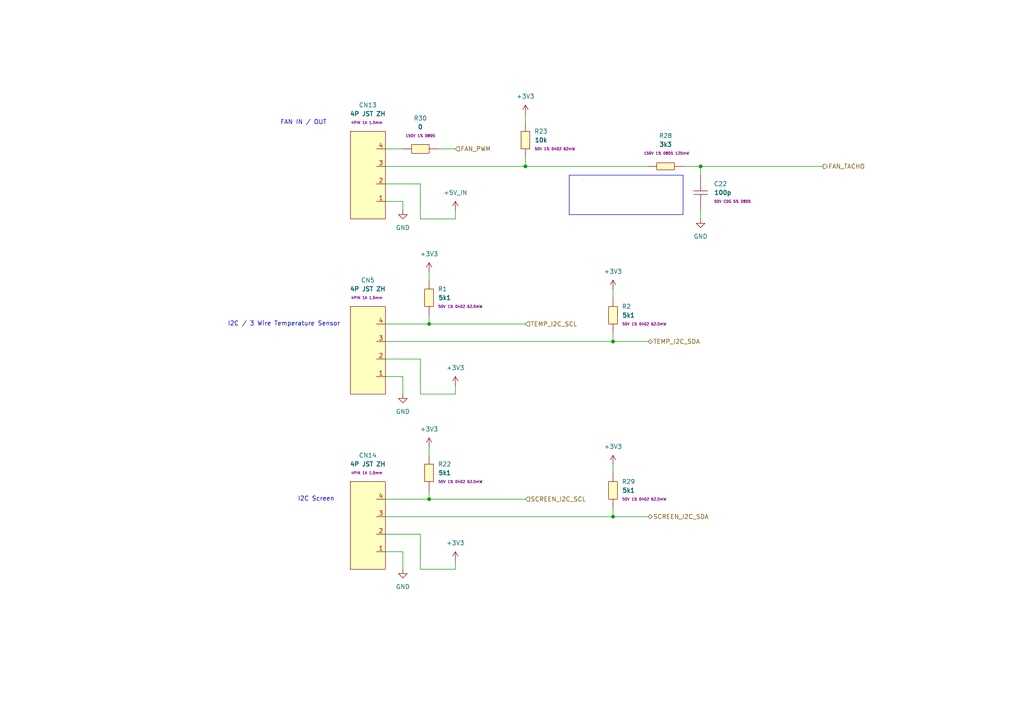
<source format=kicad_sch>
(kicad_sch (version 20231120) (generator "eeschema") (generator_version "8.0")
  (paper "A4")
  (lib_symbols
    (symbol "LiveAstra:C_100pF_C0G_0805" (pin_numbers hide) (pin_names hide)
      (property "Reference" "C" (at 0 8.89 0))
      (property "Value" "100p" (at 0 6.35 0))
      (property "Extra Values" "50V C0G 5% 0805" (at 0 3.81 0))
      (symbol "C_100pF_C0G_0805_0_1"
        (polyline (pts (xy -2.54 0) (xy -0.51 0)))
        (polyline (pts (xy -0.51 2.03) (xy -0.51 -2.03)))
        (polyline (pts (xy 0.51 0) (xy 2.54 0)))
        (polyline (pts (xy 0.51 2.03) (xy 0.51 -2.03)))
      )
      (symbol "C_100pF_C0G_0805_1_1"
        (pin passive line (at -5.08 0 0) (length 2.54) (name "1") (number "1"))
        (pin passive line (at 5.08 0 180) (length 2.54) (name "2") (number "2"))
      )
    )
    (symbol "LiveAstra:JST_ZH_4PIN_1A_50V" (pin_names hide)
      (property "Reference" "CN" (at 0 19.05 0))
      (property "Value" "4P JST ZH" (at 0 16.51 0))
      (property "Extra Values" "4PIN 1A 1.5mm " (at 0 13.97 0))
      (symbol "JST_ZH_4PIN_1A_50V_0_1"
        (rectangle (start -5.08 12.7) (end 5.08 -12.7) (fill (type background)))
      )
      (symbol "JST_ZH_4PIN_1A_50V_1_1"
        (pin passive line (at -5.08 7.62 0) (length 2.54) (name "1") (number "1"))
        (pin passive line (at -5.08 2.54 0) (length 2.54) (name "2") (number "2"))
        (pin passive line (at -5.08 -2.54 0) (length 2.54) (name "3") (number "3"))
        (pin passive line (at -5.08 -7.62 0) (length 2.54) (name "4") (number "4"))
      )
    )
    (symbol "LiveAstra:R_0Ohm_0805_125mW" (pin_numbers hide) (pin_names hide)
      (property "Reference" "R" (at 0 7.62 0))
      (property "Value" "0" (at 0 5.08 0))
      (property "Extra Values" "150V 1% 0805" (at 0 2.54 0))
      (symbol "R_0Ohm_0805_125mW_0_1"
        (rectangle (start -2.54 1.27) (end 2.54 -1.27) (fill (type background)))
      )
      (symbol "R_0Ohm_0805_125mW_1_1"
        (pin passive line (at -5.08 0 0) (length 2.54) (name "1") (number "1"))
        (pin passive line (at 5.08 0 180) (length 2.54) (name "2") (number "2"))
      )
    )
    (symbol "LiveAstra:R_10kOhm_0402_62mW" (pin_numbers hide) (pin_names hide)
      (property "Reference" "R" (at 0 7.62 0))
      (property "Value" "10k" (at 0 5.08 0))
      (property "Extra Values" "50V 1% 0402 62mW" (at 0 2.54 0))
      (symbol "R_10kOhm_0402_62mW_0_1"
        (rectangle (start -2.54 1.27) (end 2.54 -1.27) (fill (type background)))
      )
      (symbol "R_10kOhm_0402_62mW_1_1"
        (pin passive line (at -5.08 0 0) (length 2.54) (name "1") (number "1"))
        (pin passive line (at 5.08 0 180) (length 2.54) (name "2") (number "2"))
      )
    )
    (symbol "LiveAstra:R_3k3Ohm_0805_125mW" (pin_numbers hide) (pin_names hide)
      (property "Reference" "R" (at 0 7.62 0))
      (property "Value" "3k3" (at 0 5.08 0))
      (property "Extra Values" " 150V 1% 0805 125mW" (at 0 2.54 0))
      (symbol "R_3k3Ohm_0805_125mW_0_1"
        (rectangle (start -2.54 1.02) (end 2.54 -1.02) (fill (type background)))
      )
      (symbol "R_3k3Ohm_0805_125mW_1_1"
        (pin passive line (at -5.08 0 0) (length 2.54) (name "1") (number "1"))
        (pin passive line (at 5.08 0 180) (length 2.54) (name "2") (number "2"))
      )
    )
    (symbol "LiveAstra:R_5k1_0402_62mW" (pin_numbers hide) (pin_names hide)
      (property "Reference" "R" (at 0 7.62 0))
      (property "Value" "5k1" (at 0 5.08 0))
      (property "Extra Values" "50V 1% 0402 62.5mW " (at 0 2.54 0))
      (symbol "R_5k1_0402_62mW_0_1"
        (rectangle (start -2.54 1.27) (end 2.54 -1.27) (fill (type background)))
      )
      (symbol "R_5k1_0402_62mW_1_1"
        (pin passive line (at -5.08 0 0) (length 2.54) (name "1") (number "1"))
        (pin passive line (at 5.08 0 180) (length 2.54) (name "2") (number "2"))
      )
    )
    (symbol "power:+3V3" (power) (pin_numbers hide) (pin_names (offset 0) hide)
      (property "Value" "+3V3" (at 0 3.556 0))
      (symbol "+3V3_0_1"
        (polyline (pts (xy -0.762 1.27) (xy 0 2.54)))
        (polyline (pts (xy 0 0) (xy 0 2.54)))
        (polyline (pts (xy 0 2.54) (xy 0.762 1.27)))
      )
      (symbol "+3V3_1_1"
        (pin power_in line (at 0 0 90) (length 0) (name "~") (number "1"))
      )
    )
    (symbol "power:+5V_IN" (power) (pin_numbers hide) (pin_names (offset 0) hide)
      (property "Value" "+5V_IN" (at 0 3.556 0))
      (symbol "+5V_IN_0_1"
        (polyline (pts (xy -0.762 1.27) (xy 0 2.54)))
        (polyline (pts (xy 0 0) (xy 0 2.54)))
        (polyline (pts (xy 0 2.54) (xy 0.762 1.27)))
      )
      (symbol "+5V_IN_1_1"
        (pin power_in line (at 0 0 90) (length 0) (name "~") (number "1"))
      )
    )
    (symbol "power:GND" (power) (pin_numbers hide) (pin_names (offset 0) hide)
      (property "Value" "GND" (at 0 -3.81 0))
      (symbol "GND_0_1"
        (polyline (pts (xy 0 0) (xy 0 -1.27) (xy 1.27 -1.27) (xy 0 -2.54) (xy -1.27 -1.27) (xy 0 -1.27)))
      )
      (symbol "GND_1_1"
        (pin power_in line (at 0 0 270) (length 0) (name "~") (number "1"))
      )
    )
  )
  (junction (at 152.4 48.26))
  (junction (at 203.2 48.26))
  (junction (at 177.8 149.86))
  (junction (at 177.8 99.06))
  (junction (at 124.46 144.78))
  (junction (at 124.46 93.98))
  (wire (pts (xy 124.46 78.74) (xy 124.46 81.28)))
  (wire (pts (xy 121.92 104.14) (xy 121.92 114.3)))
  (polyline (pts (xy 168.91 52.07) (xy 168.91 52.07)) (stroke (width -0.0001) (type solid)))
  (wire (pts (xy 111.76 48.26) (xy 152.4 48.26)))
  (wire (pts (xy 124.46 91.44) (xy 124.46 93.98)))
  (wire (pts (xy 177.8 96.52) (xy 177.8 99.06)))
  (wire (pts (xy 203.2 48.26) (xy 238.76 48.26)))
  (wire (pts (xy 132.08 60.96) (xy 132.08 63.5)))
  (wire (pts (xy 121.92 53.34) (xy 121.92 63.5)))
  (wire (pts (xy 121.92 154.94) (xy 121.92 165.1)))
  (wire (pts (xy 111.76 53.34) (xy 121.92 53.34)))
  (wire (pts (xy 198.12 48.26) (xy 203.2 48.26)))
  (wire (pts (xy 116.84 58.42) (xy 111.76 58.42)))
  (wire (pts (xy 111.76 104.14) (xy 121.92 104.14)))
  (wire (pts (xy 116.84 160.02) (xy 111.76 160.02)))
  (wire (pts (xy 111.76 99.06) (xy 177.8 99.06)))
  (wire (pts (xy 111.76 93.98) (xy 124.46 93.98)))
  (wire (pts (xy 152.4 48.26) (xy 187.96 48.26)))
  (wire (pts (xy 177.8 99.06) (xy 187.96 99.06)))
  (wire (pts (xy 116.84 60.96) (xy 116.84 58.42)))
  (wire (pts (xy 152.4 45.72) (xy 152.4 48.26)))
  (wire (pts (xy 152.4 33.02) (xy 152.4 35.56)))
  (wire (pts (xy 111.76 144.78) (xy 124.46 144.78)))
  (wire (pts (xy 121.92 165.1) (xy 132.08 165.1)))
  (wire (pts (xy 116.84 165.1) (xy 116.84 160.02)))
  (wire (pts (xy 116.84 109.22) (xy 111.76 109.22)))
  (wire (pts (xy 203.2 63.5) (xy 203.2 60.96)))
  (wire (pts (xy 121.92 63.5) (xy 132.08 63.5)))
  (wire (pts (xy 116.84 114.3) (xy 116.84 109.22)))
  (wire (pts (xy 177.8 83.82) (xy 177.8 86.36)))
  (wire (pts (xy 203.2 48.26) (xy 203.2 50.8)))
  (wire (pts (xy 124.46 129.54) (xy 124.46 132.08)))
  (wire (pts (xy 121.92 114.3) (xy 132.08 114.3)))
  (wire (pts (xy 124.46 93.98) (xy 152.4 93.98)))
  (wire (pts (xy 111.76 149.86) (xy 177.8 149.86)))
  (wire (pts (xy 124.46 144.78) (xy 152.4 144.78)))
  (wire (pts (xy 116.84 43.18) (xy 111.76 43.18)))
  (wire (pts (xy 132.08 162.56) (xy 132.08 165.1)))
  (wire (pts (xy 124.46 142.24) (xy 124.46 144.78)))
  (wire (pts (xy 127 43.18) (xy 132.08 43.18)))
  (wire (pts (xy 177.8 147.32) (xy 177.8 149.86)))
  (wire (pts (xy 132.08 111.76) (xy 132.08 114.3)))
  (wire (pts (xy 177.8 149.86) (xy 187.96 149.86)))
  (wire (pts (xy 177.8 134.62) (xy 177.8 137.16)))
  (wire (pts (xy 111.76 154.94) (xy 121.92 154.94)))
  (rectangle (start 165.1 50.8) (end 198.12 62.23))
  (text "FAN IN / OUT" (at 81.28 35.56 0) (effects (font (size 1.27 1.27)) (justify left)))
  (text "Cutoff frequency: 482kHz" (at 167.64 58.42 0) (effects (font (size 1.5 1.5)) (justify left top)))
  (text "I2C / 3 Wire Temperature Sensor" (at 66.04 93.98 0) (effects (font (size 1.27 1.27)) (justify left)))
  (text "RC Filter" (at 172.72 55.88 0) (effects (font (size 3 3)) (justify left)))
  (text "I2C Screen" (at 86.36 144.78 0) (effects (font (size 1.27 1.27)) (justify left)))
  (hierarchical_label "FAN_PWM" (shape input) (at 132.08 43.18 0))
  (hierarchical_label "SCREEN_I2C_SDA" (shape bidirectional) (at 187.96 149.86 0))
  (hierarchical_label "TEMP_I2C_SCL" (shape input) (at 152.4 93.98 0))
  (hierarchical_label "FAN_TACHO" (shape output) (at 238.76 48.26 0))
  (hierarchical_label "SCREEN_I2C_SCL" (shape input) (at 152.4 144.78 0))
  (hierarchical_label "TEMP_I2C_SDA" (shape bidirectional) (at 187.96 99.06 0))
  (symbol (lib_id "LiveAstra:JST_ZH_4PIN_1A_50V") (at 106.68 50.8 180) (unit 1)
    (property "Reference" "CN13" (at 106.68 30.48 0))
    (property "Value" "4P JST ZH" (at 106.68 33.02 0) (effects (font (bold yes))))
    (property "Footprint" "LiveAstra:CONN-TH_B4B-ZR-3.4-LF-SN" (effects (hide yes)))
    (property "Datasheet" "https://lcsc.com/product-detail/ZH-Connectors-1-5mm_JST_B4B-ZR-3-4-LF-SN_ZHsocket-1-4P-pitch1-5mm_C163034.html" (effects (hide yes)))
    (property "LCSC Part" "C163034" (effects (hide yes)))
    (property "Extra Values" "4PIN 1A 1.5mm " (at 106.68 35.56 0) (effects (font (size 0.762 0.762) (bold yes))))
  )
  (symbol (lib_id "power:+3V3") (at 152.4 33.02 0) (unit 1)
    (property "Reference" "#PWR080" (effects (hide yes)))
    (property "Value" "+3V3" (at 152.4 27.94 0))
    (property "Description" "Power symbol creates a global label with name \"+3V3\"" (effects (hide yes)))
  )
  (symbol (lib_id "power:+3V3") (at 177.8 83.82 0) (unit 1)
    (property "Reference" "#PWR08" (effects (hide yes)))
    (property "Value" "+3V3" (at 177.8 78.74 0))
    (property "Description" "Power symbol creates a global label with name \"+3V3\"" (effects (hide yes)))
  )
  (symbol (lib_id "LiveAstra:JST_ZH_4PIN_1A_50V") (at 106.68 152.4 180) (unit 1)
    (property "Reference" "CN14" (at 106.68 132.08 0))
    (property "Value" "4P JST ZH" (at 106.68 134.62 0) (effects (font (bold yes))))
    (property "Footprint" "LiveAstra:CONN-TH_B4B-ZR-3.4-LF-SN" (effects (hide yes)))
    (property "Datasheet" "https://lcsc.com/product-detail/ZH-Connectors-1-5mm_JST_B4B-ZR-3-4-LF-SN_ZHsocket-1-4P-pitch1-5mm_C163034.html" (effects (hide yes)))
    (property "LCSC Part" "C163034" (effects (hide yes)))
    (property "Extra Values" "4PIN 1A 1.5mm " (at 106.68 137.16 0) (effects (font (size 0.762 0.762) (bold yes))))
  )
  (symbol (lib_id "LiveAstra:R_5k1_0402_62mW") (at 124.46 86.36 90) (unit 1)
    (property "Reference" "R1" (at 127 83.8199 90) (effects (justify right)))
    (property "Value" "5k1" (at 127 86.36 90) (effects (font (bold yes)) (justify right)))
    (property "Footprint" "LiveAstra:R0402" (effects (hide yes)))
    (property "Datasheet" "https://lcsc.com/product-detail/Chip-Resistor-Surface-Mount-UniOhm_5-1KR-5101-1_C25905.html" (effects (hide yes)))
    (property "Description" "Thick Film Resistor" (effects (hide yes)))
    (property "LCSC Part" "C25905" (effects (hide yes)))
    (property "Extra Values" "50V 1% 0402 62.5mW " (at 127 88.8999 90) (effects (font (size 0.762 0.762) (bold yes)) (justify right)))
  )
  (symbol (lib_id "LiveAstra:R_5k1_0402_62mW") (at 177.8 91.44 90) (unit 1)
    (property "Reference" "R2" (at 180.34 88.8999 90) (effects (justify right)))
    (property "Value" "5k1" (at 180.34 91.44 90) (effects (font (bold yes)) (justify right)))
    (property "Footprint" "LiveAstra:R0402" (effects (hide yes)))
    (property "Datasheet" "https://lcsc.com/product-detail/Chip-Resistor-Surface-Mount-UniOhm_5-1KR-5101-1_C25905.html" (effects (hide yes)))
    (property "Description" "Thick Film Resistor" (effects (hide yes)))
    (property "LCSC Part" "C25905" (effects (hide yes)))
    (property "Extra Values" "50V 1% 0402 62.5mW " (at 180.34 93.9799 90) (effects (font (size 0.762 0.762) (bold yes)) (justify right)))
  )
  (symbol (lib_id "LiveAstra:C_100pF_C0G_0805") (at 203.2 55.88 90) (unit 1)
    (property "Reference" "C22" (at 207.01 53.3399 90) (effects (justify right)))
    (property "Value" "100p" (at 207.01 55.88 90) (effects (font (bold yes)) (justify right)))
    (property "Footprint" "LiveAstra:C0805" (effects (hide yes)))
    (property "Datasheet" "https://lcsc.com/product-detail/Multilayer-Ceramic-Capacitors-MLCC-SMD-SMT_SAMSUNG_CL21C101JBANNNC_100pF-101-5-50V_C1790.html" (effects (hide yes)))
    (property "Description" "Multilayer Ceramic Capacitors" (effects (hide yes)))
    (property "LCSC Part" "C1790" (effects (hide yes)))
    (property "Extra Values" "50V C0G 5% 0805" (at 207.01 58.4199 90) (effects (font (size 0.762 0.762) (bold yes)) (justify right)))
  )
  (symbol (lib_id "power:+3V3") (at 132.08 111.76 0) (unit 1)
    (property "Reference" "#PWR041" (effects (hide yes)))
    (property "Value" "+3V3" (at 132.08 106.68 0))
    (property "Description" "Power symbol creates a global label with name \"+3V3\"" (effects (hide yes)))
  )
  (symbol (lib_id "LiveAstra:R_10kOhm_0402_62mW") (at 152.4 40.64 90) (unit 1)
    (property "Reference" "R23" (at 154.94 38.0999 90) (effects (justify right)))
    (property "Value" "10k" (at 154.94 40.64 90) (effects (font (bold yes)) (justify right)))
    (property "Footprint" "LiveAstra:R0402" (effects (hide yes)))
    (property "Datasheet" "https://wmsc.lcsc.com/wmsc/upload/file/pdf/v2/lcsc/2206010100_UNI-ROYAL-Uniroyal-Elec-0402WGF1002TCE_C25744.pdf" (effects (hide yes)))
    (property "Description" "Thick Film Resistors" (effects (hide yes)))
    (property "LCSC Part" "C25744" (effects (hide yes)))
    (property "Extra Values" "50V 1% 0402 62mW" (at 154.94 43.1799 90) (effects (font (size 0.762 0.762) (bold yes)) (justify right)))
  )
  (symbol (lib_id "power:GND") (at 116.84 165.1 0) (unit 1)
    (property "Reference" "#PWR076" (effects (hide yes)))
    (property "Value" "GND" (at 116.84 170.18 0))
    (property "Description" "Power symbol creates a global label with name \"GND\" , ground" (effects (hide yes)))
  )
  (symbol (lib_id "LiveAstra:R_5k1_0402_62mW") (at 177.8 142.24 90) (unit 1)
    (property "Reference" "R29" (at 180.34 139.6999 90) (effects (justify right)))
    (property "Value" "5k1" (at 180.34 142.24 90) (effects (font (bold yes)) (justify right)))
    (property "Footprint" "LiveAstra:R0402" (effects (hide yes)))
    (property "Datasheet" "https://lcsc.com/product-detail/Chip-Resistor-Surface-Mount-UniOhm_5-1KR-5101-1_C25905.html" (effects (hide yes)))
    (property "Description" "Thick Film Resistor" (effects (hide yes)))
    (property "LCSC Part" "C25905" (effects (hide yes)))
    (property "Extra Values" "50V 1% 0402 62.5mW " (at 180.34 144.7799 90) (effects (font (size 0.762 0.762) (bold yes)) (justify right)))
  )
  (symbol (lib_id "LiveAstra:R_5k1_0402_62mW") (at 124.46 137.16 90) (unit 1)
    (property "Reference" "R22" (at 127 134.6199 90) (effects (justify right)))
    (property "Value" "5k1" (at 127 137.16 90) (effects (font (bold yes)) (justify right)))
    (property "Footprint" "LiveAstra:R0402" (effects (hide yes)))
    (property "Datasheet" "https://lcsc.com/product-detail/Chip-Resistor-Surface-Mount-UniOhm_5-1KR-5101-1_C25905.html" (effects (hide yes)))
    (property "Description" "Thick Film Resistor" (effects (hide yes)))
    (property "LCSC Part" "C25905" (effects (hide yes)))
    (property "Extra Values" "50V 1% 0402 62.5mW " (at 127 139.6999 90) (effects (font (size 0.762 0.762) (bold yes)) (justify right)))
  )
  (symbol (lib_id "power:GND") (at 116.84 60.96 0) (unit 1)
    (property "Reference" "#PWR075" (effects (hide yes)))
    (property "Value" "GND" (at 116.84 66.04 0))
    (property "Description" "Power symbol creates a global label with name \"GND\" , ground" (effects (hide yes)))
  )
  (symbol (lib_id "power:+3V3") (at 124.46 78.74 0) (unit 1)
    (property "Reference" "#PWR05" (effects (hide yes)))
    (property "Value" "+3V3" (at 124.46 73.66 0))
    (property "Description" "Power symbol creates a global label with name \"+3V3\"" (effects (hide yes)))
  )
  (symbol (lib_id "power:GND") (at 116.84 114.3 0) (unit 1)
    (property "Reference" "#PWR043" (effects (hide yes)))
    (property "Value" "GND" (at 116.84 119.38 0))
    (property "Description" "Power symbol creates a global label with name \"GND\" , ground" (effects (hide yes)))
  )
  (symbol (lib_id "LiveAstra:R_3k3Ohm_0805_125mW") (at 193.04 48.26 0) (unit 1)
    (property "Reference" "R28" (at 193.04 39.37 0))
    (property "Value" "3k3" (at 193.04 41.91 0) (effects (font (bold yes))))
    (property "Footprint" "LiveAstra:R0805" (effects (hide yes)))
    (property "Datasheet" "https://lcsc.com/product-detail/Chip-Resistor-Surface-Mount-UniOhm_3-3KR-3301-1_C26010.html" (effects (hide yes)))
    (property "Description" "Thick Film Resistor" (effects (hide yes)))
    (property "LCSC Part" "C26010" (effects (hide yes)))
    (property "Extra Values" " 150V 1% 0805 125mW" (at 193.04 44.45 0) (effects (font (size 0.762 0.762) (bold yes))))
  )
  (symbol (lib_id "power:+3V3") (at 124.46 129.54 0) (unit 1)
    (property "Reference" "#PWR077" (effects (hide yes)))
    (property "Value" "+3V3" (at 124.46 124.46 0))
    (property "Description" "Power symbol creates a global label with name \"+3V3\"" (effects (hide yes)))
  )
  (symbol (lib_id "LiveAstra:R_0Ohm_0805_125mW") (at 121.92 43.18 0) (unit 1)
    (property "Reference" "R30" (at 121.92 34.29 0))
    (property "Value" "0" (at 121.92 36.83 0) (effects (font (bold yes))))
    (property "Footprint" "LiveAstra:R0805" (effects (hide yes)))
    (property "Datasheet" "https://lcsc.com/product-detail/Chip-Resistor-Surface-Mount-UniOhm_0R-0R0-1_C17477.html" (effects (hide yes)))
    (property "Description" "Thick Film Resistors" (effects (hide yes)))
    (property "LCSC Part" "C17477" (effects (hide yes)))
    (property "Extra Values" "150V 1% 0805" (at 121.92 39.37 0) (effects (font (size 0.762 0.762) (bold yes))))
  )
  (symbol (lib_id "power:+3V3") (at 132.08 162.56 0) (unit 1)
    (property "Reference" "#PWR082" (effects (hide yes)))
    (property "Value" "+3V3" (at 132.08 157.48 0))
    (property "Description" "Power symbol creates a global label with name \"+3V3\"" (effects (hide yes)))
  )
  (symbol (lib_id "power:+3V3") (at 177.8 134.62 0) (unit 1)
    (property "Reference" "#PWR083" (effects (hide yes)))
    (property "Value" "+3V3" (at 177.8 129.54 0))
    (property "Description" "Power symbol creates a global label with name \"+3V3\"" (effects (hide yes)))
  )
  (symbol (lib_id "LiveAstra:JST_ZH_4PIN_1A_50V") (at 106.68 101.6 180) (unit 1)
    (property "Reference" "CN5" (at 106.68 81.28 0))
    (property "Value" "4P JST ZH" (at 106.68 83.82 0) (effects (font (bold yes))))
    (property "Footprint" "LiveAstra:CONN-TH_B4B-ZR-3.4-LF-SN" (effects (hide yes)))
    (property "Datasheet" "https://lcsc.com/product-detail/ZH-Connectors-1-5mm_JST_B4B-ZR-3-4-LF-SN_ZHsocket-1-4P-pitch1-5mm_C163034.html" (effects (hide yes)))
    (property "LCSC Part" "C163034" (effects (hide yes)))
    (property "Extra Values" "4PIN 1A 1.5mm " (at 106.68 86.36 0) (effects (font (size 0.762 0.762) (bold yes))))
  )
  (symbol (lib_id "power:+5V_IN") (at 132.08 60.96 0) (unit 1)
    (property "Reference" "#PWR074" (effects (hide yes)))
    (property "Value" "+5V_IN" (at 132.08 55.88 0))
    (property "Description" "Power symbol creates a global label with name \"+5V_IN\"" (effects (hide yes)))
  )
  (symbol (lib_id "power:GND") (at 203.2 63.5 0) (unit 1)
    (property "Reference" "#PWR081" (effects (hide yes)))
    (property "Value" "GND" (at 203.2 68.58 0))
    (property "Description" "Power symbol creates a global label with name \"GND\" , ground" (effects (hide yes)))
  )
)
</source>
